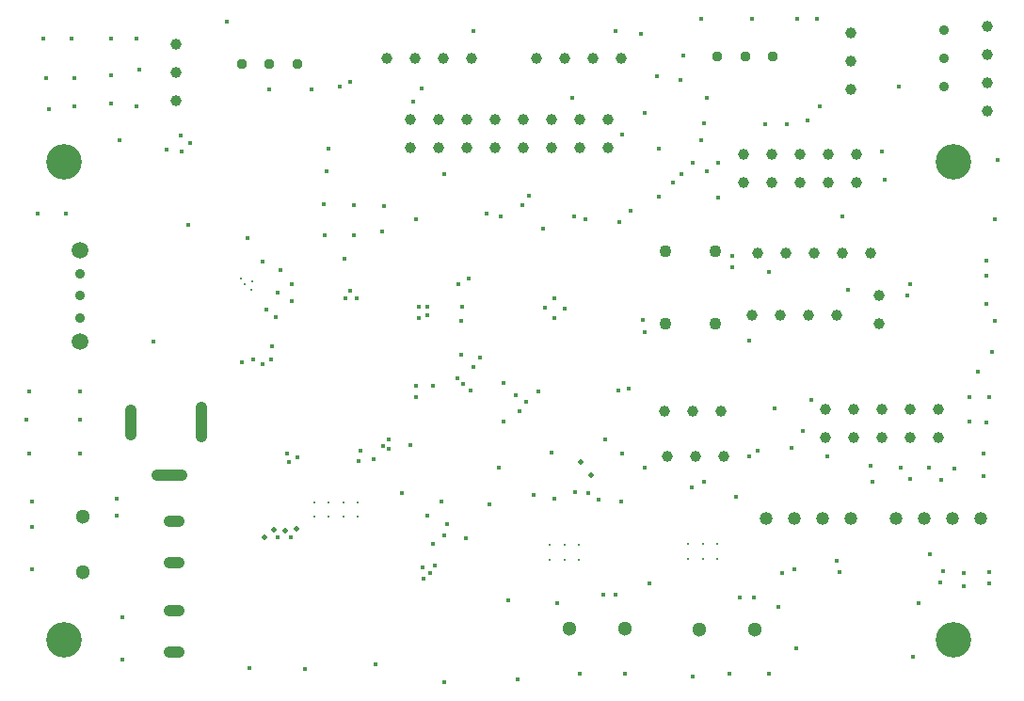
<source format=gbr>
%TF.GenerationSoftware,KiCad,Pcbnew,9.0.5*%
%TF.CreationDate,2025-11-12T00:35:58+01:00*%
%TF.ProjectId,mobile_robot,6d6f6269-6c65-45f7-926f-626f742e6b69,rev?*%
%TF.SameCoordinates,Original*%
%TF.FileFunction,Plated,1,2,PTH,Mixed*%
%TF.FilePolarity,Positive*%
%FSLAX46Y46*%
G04 Gerber Fmt 4.6, Leading zero omitted, Abs format (unit mm)*
G04 Created by KiCad (PCBNEW 9.0.5) date 2025-11-12 00:35:58*
%MOMM*%
%LPD*%
G01*
G04 APERTURE LIST*
%TA.AperFunction,ViaDrill*%
%ADD10C,0.300000*%
%TD*%
%TA.AperFunction,ComponentDrill*%
%ADD11C,0.300000*%
%TD*%
%TA.AperFunction,ComponentDrill*%
%ADD12C,0.330000*%
%TD*%
%TA.AperFunction,ViaDrill*%
%ADD13C,0.400000*%
%TD*%
%TA.AperFunction,ViaDrill*%
%ADD14C,0.500000*%
%TD*%
%TA.AperFunction,ComponentDrill*%
%ADD15C,0.900000*%
%TD*%
%TA.AperFunction,ComponentDrill*%
%ADD16C,0.950000*%
%TD*%
G04 aperture for slot hole*
%TA.AperFunction,ComponentDrill*%
%ADD17C,1.000000*%
%TD*%
%TA.AperFunction,ComponentDrill*%
%ADD18C,1.000000*%
%TD*%
%TA.AperFunction,ComponentDrill*%
%ADD19C,1.100000*%
%TD*%
%TA.AperFunction,ComponentDrill*%
%ADD20C,1.190000*%
%TD*%
%TA.AperFunction,ComponentDrill*%
%ADD21C,1.300000*%
%TD*%
%TA.AperFunction,ComponentDrill*%
%ADD22C,1.500000*%
%TD*%
%TA.AperFunction,ComponentDrill*%
%ADD23C,3.200000*%
%TD*%
G04 APERTURE END LIST*
D10*
X120845448Y-62521343D03*
X121255920Y-62959360D03*
X121833140Y-63526532D03*
X121920000Y-62738000D03*
D11*
%TO.C,U8*%
X127484323Y-82613662D03*
X127484323Y-83913662D03*
X128784323Y-82613662D03*
X128784323Y-83913662D03*
X130084323Y-82613662D03*
X130084323Y-83913662D03*
X131384323Y-82613662D03*
X131384323Y-83913662D03*
D12*
%TO.C,U4*%
X148669365Y-86467577D03*
X148669365Y-87767577D03*
X149969365Y-86467577D03*
X149969365Y-87767577D03*
X151269365Y-86467577D03*
X151269365Y-87767577D03*
%TO.C,U2*%
X161133000Y-86391000D03*
X161133000Y-87691000D03*
X162433000Y-86391000D03*
X162433000Y-87691000D03*
X163733000Y-86391000D03*
X163733000Y-87691000D03*
%TD*%
D13*
X101600000Y-75184000D03*
X101854000Y-72644000D03*
X101854000Y-78232000D03*
X102108000Y-82550000D03*
X102108000Y-84836000D03*
X102108000Y-88646000D03*
X102616000Y-56642000D03*
X103124000Y-40894000D03*
X103378000Y-44450000D03*
X103632000Y-47244000D03*
X105156000Y-56642000D03*
X105664000Y-40894000D03*
X105918000Y-44450000D03*
X105918000Y-46990000D03*
X106426000Y-72644000D03*
X106426000Y-75184000D03*
X106426000Y-78232000D03*
X109220000Y-40894000D03*
X109220000Y-44196000D03*
X109220000Y-46736000D03*
X109728000Y-82296000D03*
X109728000Y-83820000D03*
X109982000Y-50038000D03*
X110236000Y-92964000D03*
X110236000Y-96774000D03*
X111506000Y-40894000D03*
X111506000Y-46990000D03*
X111760000Y-43688000D03*
X113042459Y-68126000D03*
X114153750Y-50907750D03*
X115423750Y-49637750D03*
X115570000Y-51054000D03*
X116162297Y-57632542D03*
X116332000Y-50292000D03*
X119634000Y-39370000D03*
X121000000Y-70000000D03*
X121449207Y-58830208D03*
X121666000Y-97536000D03*
X122000000Y-69800000D03*
X122800000Y-70200000D03*
X122809000Y-60960000D03*
X123190000Y-65278000D03*
X123444000Y-45466000D03*
X123600000Y-69800000D03*
X123698000Y-68580000D03*
X124000000Y-66000000D03*
X124200000Y-85800000D03*
X124206000Y-63754000D03*
X124460000Y-61722000D03*
X125056201Y-78217128D03*
X125195183Y-78999818D03*
X125400000Y-85800000D03*
X125444392Y-64483413D03*
X125476000Y-62992000D03*
X126000000Y-78600000D03*
X126600000Y-97600000D03*
X127254000Y-45466000D03*
X128305671Y-55772141D03*
X128389251Y-58613876D03*
X128584272Y-52818965D03*
X128778000Y-50800000D03*
X129794000Y-45212000D03*
X130172301Y-60703388D03*
X130302000Y-64262000D03*
X130683000Y-44831000D03*
X130683000Y-63627000D03*
X131035966Y-58558156D03*
X131064000Y-55880000D03*
X131318000Y-64262000D03*
X131487268Y-78894224D03*
X131610500Y-77978000D03*
X132842000Y-78740000D03*
X133000000Y-97200000D03*
X133599099Y-58223834D03*
X133641000Y-77534562D03*
X133710540Y-55967162D03*
X134130059Y-77008928D03*
X134198854Y-77823854D03*
X135382000Y-81788000D03*
X136144000Y-77470000D03*
X136334393Y-46551393D03*
X136652000Y-57150000D03*
X136652000Y-72136000D03*
X136652000Y-73152000D03*
X136906000Y-65024000D03*
X136906000Y-66040000D03*
X137160000Y-45400000D03*
X137244921Y-88444921D03*
X137338185Y-89536664D03*
X137668000Y-65024000D03*
X137668000Y-65786000D03*
X137668000Y-83820000D03*
X137886800Y-88955133D03*
X138116241Y-86349158D03*
X138176000Y-72136000D03*
X138347637Y-88318739D03*
X138938000Y-82550000D03*
X139192000Y-53086000D03*
X139192000Y-98806000D03*
X139200000Y-85600000D03*
X139446000Y-84582000D03*
X140368000Y-71468000D03*
X140400000Y-63000000D03*
X140716000Y-66294000D03*
X140716000Y-69342000D03*
X140800000Y-65024000D03*
X140876000Y-71976000D03*
X141079365Y-85847577D03*
X141329690Y-62504134D03*
X141511000Y-72611000D03*
X141800000Y-40200000D03*
X141805696Y-70440991D03*
X142347573Y-69568211D03*
X143002855Y-56679263D03*
X143256000Y-82804000D03*
X144044500Y-79475500D03*
X144272000Y-56896000D03*
X144471001Y-71920645D03*
X144471001Y-75405000D03*
X144889365Y-91440000D03*
X145630030Y-72953649D03*
X145796000Y-98552000D03*
X145909033Y-74409000D03*
X146152762Y-55860343D03*
X146528391Y-73550015D03*
X146800000Y-55033550D03*
X147200000Y-82000000D03*
X147611059Y-72630830D03*
X148032595Y-58043030D03*
X148249067Y-65127032D03*
X148788000Y-78191992D03*
X149097591Y-66056020D03*
X149098000Y-82296000D03*
X149112221Y-64300452D03*
X149352000Y-91694000D03*
X150000000Y-65200000D03*
X150676598Y-46266509D03*
X150876000Y-56896000D03*
X150962992Y-81701008D03*
X151384000Y-98044000D03*
X151892000Y-57150000D03*
X152146000Y-81788000D03*
X153019654Y-82370436D03*
X153494642Y-90901339D03*
X153670000Y-76962000D03*
X154593303Y-90911607D03*
X154600000Y-40200000D03*
X154800000Y-72600000D03*
X154940000Y-57404000D03*
X155110361Y-82589059D03*
X155194000Y-49530000D03*
X155194000Y-78232000D03*
X155448000Y-98044000D03*
X155800000Y-72390000D03*
X155956000Y-56388000D03*
X156845000Y-40513000D03*
X157000000Y-66200000D03*
X157200000Y-47600000D03*
X157226000Y-79502000D03*
X157238581Y-67324980D03*
X157599261Y-89894546D03*
X158327097Y-44326685D03*
X158496000Y-50800000D03*
X158496000Y-55118000D03*
X159766000Y-53848000D03*
X160400000Y-44600000D03*
X160528000Y-53086000D03*
X160655000Y-42418000D03*
X161453644Y-81297462D03*
X161544000Y-52070000D03*
X161544000Y-98298000D03*
X162306000Y-39116000D03*
X162306000Y-50038000D03*
X162560000Y-48514000D03*
X162560000Y-80772000D03*
X162814000Y-46228000D03*
X162814000Y-52832000D03*
X163830000Y-52070000D03*
X163830000Y-55250000D03*
X164846000Y-98044000D03*
X165100000Y-60452000D03*
X165106457Y-61506204D03*
X165456000Y-82144000D03*
X165714067Y-91193504D03*
X166624000Y-68072000D03*
X166624000Y-78486000D03*
X166878000Y-39116000D03*
X166987365Y-91181577D03*
X167386000Y-77978000D03*
X168000000Y-48600000D03*
X168402000Y-98044000D03*
X168411778Y-61860644D03*
X168910000Y-74168000D03*
X169200000Y-92000000D03*
X169545000Y-89027000D03*
X170000000Y-48600000D03*
X170434000Y-77724000D03*
X170688000Y-88646000D03*
X170800000Y-95800000D03*
X170942000Y-39116000D03*
X171450000Y-76200000D03*
X171815458Y-48300196D03*
X172212000Y-73406000D03*
X172720000Y-39116000D03*
X172974000Y-46990000D03*
X173609000Y-78486000D03*
X174498000Y-87884000D03*
X174752000Y-88900000D03*
X175006000Y-56896000D03*
X175514000Y-63500000D03*
X177546000Y-79375000D03*
X177673000Y-80772000D03*
X178562000Y-51054000D03*
X178816000Y-53594000D03*
X180086000Y-45212000D03*
X180213000Y-79502000D03*
X180848000Y-64008000D03*
X181102000Y-62992000D03*
X181102000Y-80518000D03*
X181356000Y-96520000D03*
X181864000Y-91694000D03*
X182753000Y-79502000D03*
X182828250Y-87324250D03*
X183800000Y-89800000D03*
X183896000Y-80645000D03*
X184000000Y-88800000D03*
X185039000Y-79629000D03*
X185928000Y-89027000D03*
X185928000Y-90170000D03*
X186400000Y-73200000D03*
X186400000Y-75400000D03*
X187198000Y-70866000D03*
X187706000Y-78232000D03*
X187706000Y-80264000D03*
X187960000Y-75438000D03*
X187972000Y-60872145D03*
X187972000Y-62230000D03*
X187972000Y-64770000D03*
X188214000Y-73152000D03*
X188214000Y-88900000D03*
X188214000Y-89916000D03*
X188468000Y-69088000D03*
X188722000Y-57150000D03*
X188722000Y-66294000D03*
X188976000Y-51816000D03*
D14*
X123000000Y-85800000D03*
X123818468Y-85075828D03*
X124867970Y-85200000D03*
X125914177Y-85042911D03*
X151447000Y-79000000D03*
X152400000Y-80200000D03*
D15*
%TO.C,SW2*%
X106426000Y-62037574D03*
X106426000Y-64037574D03*
X106426000Y-66037574D03*
%TO.C,U12*%
X184150000Y-40132000D03*
X184150000Y-42672000D03*
X184150000Y-45212000D03*
D16*
%TO.C,J9*%
X120944000Y-43180000D03*
X123444000Y-43180000D03*
X125944000Y-43180000D03*
%TO.C,J12*%
X163743000Y-42528000D03*
X166243000Y-42528000D03*
X168743000Y-42528000D03*
D17*
%TO.C,J11*%
X111013143Y-76508302D02*
X111013143Y-74308302D01*
X113313143Y-80208302D02*
X115513143Y-80208302D01*
%TO.C,U7*%
X114477049Y-84366123D02*
X115277049Y-84366123D01*
X114477049Y-88066123D02*
X115277049Y-88066123D01*
X114477049Y-92366123D02*
X115277049Y-92366123D01*
X114477049Y-96066123D02*
X115277049Y-96066123D01*
D18*
%TO.C,J3*%
X115062000Y-41387000D03*
X115062000Y-43927000D03*
X115062000Y-46467000D03*
D17*
%TO.C,J11*%
X117313143Y-76708302D02*
X117313143Y-74108302D01*
D18*
%TO.C,J5*%
X133985000Y-42672000D03*
%TO.C,J19*%
X136110000Y-48190000D03*
X136110000Y-50730000D03*
%TO.C,J5*%
X136525000Y-42672000D03*
%TO.C,J19*%
X138650000Y-48190000D03*
X138650000Y-50730000D03*
%TO.C,J5*%
X139065000Y-42672000D03*
%TO.C,J19*%
X141190000Y-48190000D03*
X141190000Y-50730000D03*
%TO.C,J5*%
X141605000Y-42672000D03*
%TO.C,J19*%
X143730000Y-48190000D03*
X143730000Y-50730000D03*
X146270000Y-48190000D03*
X146270000Y-50730000D03*
%TO.C,J20*%
X147457000Y-42647000D03*
%TO.C,J19*%
X148810000Y-48190000D03*
X148810000Y-50730000D03*
%TO.C,J20*%
X149997000Y-42647000D03*
%TO.C,J19*%
X151350000Y-48190000D03*
X151350000Y-50730000D03*
%TO.C,J20*%
X152537000Y-42647000D03*
%TO.C,J19*%
X153890000Y-48190000D03*
X153890000Y-50730000D03*
%TO.C,J20*%
X155077000Y-42647000D03*
%TO.C,J18*%
X159019000Y-74422000D03*
%TO.C,J17*%
X159258000Y-78486000D03*
%TO.C,J18*%
X161559000Y-74422000D03*
%TO.C,J17*%
X161798000Y-78486000D03*
%TO.C,J18*%
X164099000Y-74422000D03*
%TO.C,J17*%
X164338000Y-78486000D03*
%TO.C,J16*%
X166116000Y-51308000D03*
X166116000Y-53848000D03*
%TO.C,J8*%
X166878000Y-65786000D03*
%TO.C,J6*%
X167386000Y-60198000D03*
%TO.C,J16*%
X168656000Y-51308000D03*
X168656000Y-53848000D03*
%TO.C,J8*%
X169418000Y-65786000D03*
%TO.C,J6*%
X169926000Y-60198000D03*
%TO.C,J16*%
X171196000Y-51308000D03*
X171196000Y-53848000D03*
%TO.C,J8*%
X171958000Y-65786000D03*
%TO.C,J6*%
X172466000Y-60198000D03*
%TO.C,J15*%
X173482000Y-74295000D03*
X173482000Y-76835000D03*
%TO.C,J16*%
X173736000Y-51308000D03*
X173736000Y-53848000D03*
%TO.C,J8*%
X174498000Y-65786000D03*
%TO.C,J6*%
X175006000Y-60198000D03*
%TO.C,J7*%
X175768000Y-40371000D03*
X175768000Y-42911000D03*
X175768000Y-45451000D03*
%TO.C,J15*%
X176022000Y-74295000D03*
X176022000Y-76835000D03*
%TO.C,J16*%
X176276000Y-51308000D03*
X176276000Y-53848000D03*
%TO.C,J6*%
X177546000Y-60198000D03*
%TO.C,J4*%
X178308000Y-64013000D03*
X178308000Y-66553000D03*
%TO.C,J15*%
X178562000Y-74295000D03*
X178562000Y-76835000D03*
X181102000Y-74295000D03*
X181102000Y-76835000D03*
X183642000Y-74295000D03*
X183642000Y-76835000D03*
%TO.C,J1*%
X187987988Y-39817150D03*
X187987988Y-42357150D03*
X187987988Y-44897150D03*
X187987988Y-47437150D03*
D19*
%TO.C,SW1*%
X159040000Y-60048000D03*
X159040000Y-66548000D03*
X163540000Y-60048000D03*
X163540000Y-66548000D03*
D20*
%TO.C,J13*%
X168148000Y-84074000D03*
X170688000Y-84074000D03*
X173228000Y-84074000D03*
X175768000Y-84074000D03*
%TO.C,J14*%
X179832000Y-84074000D03*
X182372000Y-84074000D03*
X184912000Y-84074000D03*
X187452000Y-84074000D03*
D21*
%TO.C,J10*%
X106680000Y-83900000D03*
X106680000Y-88900000D03*
%TO.C,M2*%
X150448000Y-93980000D03*
X155448000Y-93980000D03*
%TO.C,M1*%
X162132000Y-94109500D03*
X167132000Y-94109500D03*
D22*
%TO.C,SW2*%
X106426000Y-59937574D03*
X106426000Y-68137574D03*
D23*
%TO.C,H3*%
X105000000Y-52000000D03*
%TO.C,H2*%
X105000000Y-95000000D03*
%TO.C,H4*%
X185000000Y-52000000D03*
%TO.C,H1*%
X185000000Y-95000000D03*
M02*

</source>
